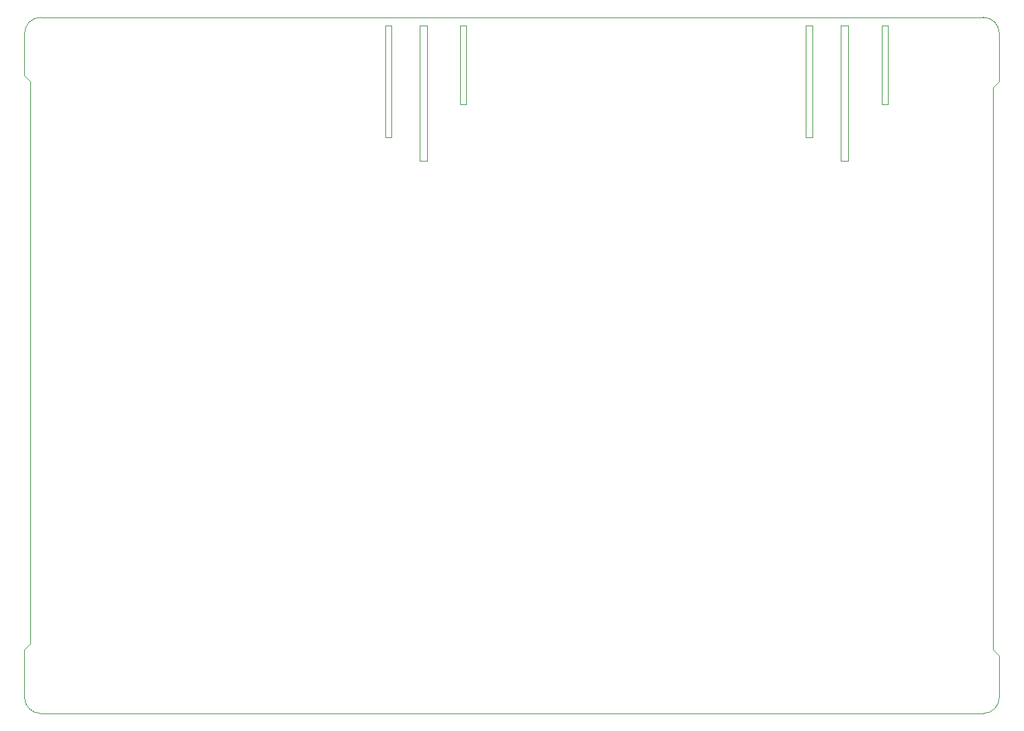
<source format=gko>
G04 #@! TF.GenerationSoftware,KiCad,Pcbnew,5.1.9+dfsg1-1~bpo10+1*
G04 #@! TF.CreationDate,2022-03-10T17:21:09+00:00*
G04 #@! TF.ProjectId,ControllerCircuit,436f6e74-726f-46c6-9c65-724369726375,rev?*
G04 #@! TF.SameCoordinates,Original*
G04 #@! TF.FileFunction,Profile,NP*
%FSLAX46Y46*%
G04 Gerber Fmt 4.6, Leading zero omitted, Abs format (unit mm)*
G04 Created by KiCad (PCBNEW 5.1.9+dfsg1-1~bpo10+1) date 2022-03-10 17:21:09*
%MOMM*%
%LPD*%
G01*
G04 APERTURE LIST*
G04 #@! TA.AperFunction,Profile*
%ADD10C,0.050000*%
G04 #@! TD*
G04 #@! TA.AperFunction,Profile*
%ADD11C,0.100000*%
G04 #@! TD*
G04 APERTURE END LIST*
D10*
X210500000Y-130000000D02*
X210500000Y-59250000D01*
D11*
X196450000Y-51500000D02*
X197250000Y-51500000D01*
X197250000Y-51500000D02*
X197250000Y-61400000D01*
X196450000Y-61400000D02*
X196450000Y-51500000D01*
X197250000Y-61400000D02*
X196450000Y-61400000D01*
X143450000Y-51500000D02*
X144250000Y-51500000D01*
X144250000Y-51500000D02*
X144250000Y-61400000D01*
X143450000Y-61400000D02*
X143450000Y-51500000D01*
X144250000Y-61400000D02*
X143450000Y-61400000D01*
X134050000Y-65500000D02*
X134050000Y-51500000D01*
X134850000Y-51500000D02*
X134850000Y-65500000D01*
X134850000Y-65500000D02*
X134050000Y-65500000D01*
X134050000Y-51500000D02*
X134850000Y-51500000D01*
X138450000Y-68500000D02*
X138450000Y-51500000D01*
X138450000Y-51500000D02*
X139350000Y-51500000D01*
X139350000Y-51500000D02*
X139350000Y-68500000D01*
X139350000Y-68500000D02*
X138450000Y-68500000D01*
X186950000Y-65500000D02*
X186950000Y-51500000D01*
X186950000Y-51500000D02*
X187750000Y-51500000D01*
X187750000Y-51500000D02*
X187750000Y-65500000D01*
X187750000Y-65500000D02*
X186950000Y-65500000D01*
X192250000Y-51500000D02*
X192250000Y-68500000D01*
X191350000Y-51500000D02*
X192250000Y-51500000D01*
X191350000Y-68500000D02*
X191350000Y-51500000D01*
X192250000Y-68500000D02*
X191350000Y-68500000D01*
D10*
X211250000Y-52450000D02*
X211250000Y-58500000D01*
X211250000Y-58500000D02*
X210500000Y-59250000D01*
X211250000Y-130750000D02*
X210500000Y-130000000D01*
X211250000Y-136000000D02*
X211250000Y-130750000D01*
X88750000Y-136000000D02*
X88750000Y-130000000D01*
X88750000Y-57750000D02*
X89500000Y-58500000D01*
X88750000Y-52450000D02*
X88750000Y-57750000D01*
X88750000Y-130000000D02*
X89500000Y-129250000D01*
X89500000Y-58500000D02*
X89500000Y-129250000D01*
X90750000Y-138000000D02*
G75*
G02*
X88750000Y-136000000I0J2000000D01*
G01*
X209250000Y-138000000D02*
X90750000Y-138000000D01*
X211250000Y-136000000D02*
G75*
G02*
X209250000Y-138000000I-2000000J0D01*
G01*
X88750000Y-52450000D02*
G75*
G02*
X90750000Y-50450000I2000000J0D01*
G01*
X209250000Y-50450000D02*
G75*
G02*
X211250000Y-52450000I0J-2000000D01*
G01*
X209250000Y-50450000D02*
X90750000Y-50450000D01*
M02*

</source>
